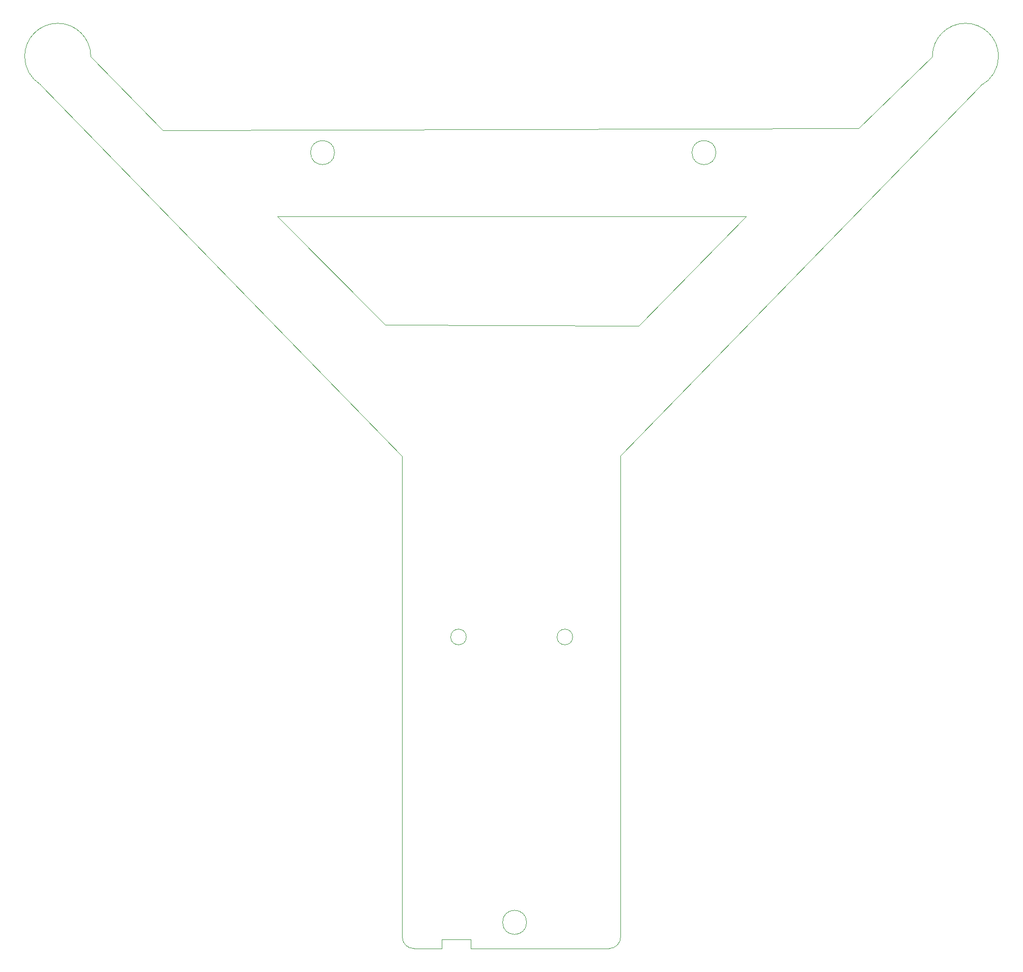
<source format=gbr>
%TF.GenerationSoftware,KiCad,Pcbnew,8.0.5*%
%TF.CreationDate,2025-02-07T15:20:11+08:00*%
%TF.ProjectId,bb,62622e6b-6963-4616-945f-706362585858,rev?*%
%TF.SameCoordinates,Original*%
%TF.FileFunction,Profile,NP*%
%FSLAX46Y46*%
G04 Gerber Fmt 4.6, Leading zero omitted, Abs format (unit mm)*
G04 Created by KiCad (PCBNEW 8.0.5) date 2025-02-07 15:20:11*
%MOMM*%
%LPD*%
G01*
G04 APERTURE LIST*
%TA.AperFunction,Profile*%
%ADD10C,0.100000*%
%TD*%
G04 APERTURE END LIST*
D10*
X123300000Y-184450000D02*
X100627793Y-184457710D01*
X91170225Y-184450000D02*
G75*
G02*
X89220001Y-182548101I-47725J1901900D01*
G01*
X125500766Y-102499786D02*
X185399587Y-40999190D01*
X109900000Y-180100000D02*
G75*
G02*
X105900000Y-180100000I-2000000J0D01*
G01*
X105900000Y-180100000D02*
G75*
G02*
X109900000Y-180100000I2000000J0D01*
G01*
X107400000Y-62700000D02*
X68400000Y-62700000D01*
X165100000Y-48100000D02*
X49400000Y-48400000D01*
X128568777Y-80931223D02*
X146400000Y-62700000D01*
X26400000Y-36100000D02*
G75*
G02*
X37400000Y-36100000I5500000J0D01*
G01*
X95800000Y-182961194D02*
X95886364Y-182961194D01*
X100627793Y-184457710D02*
X100628670Y-182959834D01*
X117565225Y-132650000D02*
G75*
G02*
X114965225Y-132650000I-1300000J0D01*
G01*
X114965225Y-132650000D02*
G75*
G02*
X117565225Y-132650000I1300000J0D01*
G01*
X77950000Y-52100000D02*
G75*
G02*
X73950000Y-52100000I-2000000J0D01*
G01*
X73950000Y-52100000D02*
G75*
G02*
X77950000Y-52100000I2000000J0D01*
G01*
X165100000Y-48100000D02*
X177400000Y-36100000D01*
X29011910Y-40780698D02*
X89200453Y-102548103D01*
X29011910Y-40780698D02*
G75*
G02*
X26400000Y-36100000I2888090J4680698D01*
G01*
X123637962Y-184450000D02*
X123507036Y-184450000D01*
X37400000Y-36100000D02*
X49400000Y-48400000D01*
X107400000Y-62700000D02*
X146400000Y-62700000D01*
X68400000Y-62700000D02*
X86431223Y-80731223D01*
X89220001Y-182548101D02*
X89200453Y-102548103D01*
X125539861Y-182499776D02*
X125500766Y-102499786D01*
X99870225Y-132650000D02*
G75*
G02*
X97270225Y-132650000I-1300000J0D01*
G01*
X97270225Y-132650000D02*
G75*
G02*
X99870225Y-132650000I1300000J0D01*
G01*
X141400000Y-52100000D02*
G75*
G02*
X137400000Y-52100000I-2000000J0D01*
G01*
X137400000Y-52100000D02*
G75*
G02*
X141400000Y-52100000I2000000J0D01*
G01*
X128568777Y-80931223D02*
X86431223Y-80731223D01*
X100628670Y-182959834D02*
X100400000Y-182959834D01*
X177400000Y-36100000D02*
G75*
G02*
X188400000Y-36100000I5500000J0D01*
G01*
X100400000Y-182959834D02*
X95886364Y-182961194D01*
X91170225Y-184450000D02*
X95800000Y-184449923D01*
X95800000Y-184449923D02*
X95800000Y-182961194D01*
X125539861Y-182499776D02*
G75*
G02*
X123637962Y-184449960I-1901861J-47724D01*
G01*
X188400000Y-36100000D02*
G75*
G02*
X185399587Y-40999190I-5500000J0D01*
G01*
X123300000Y-184450000D02*
X123507036Y-184450000D01*
M02*

</source>
